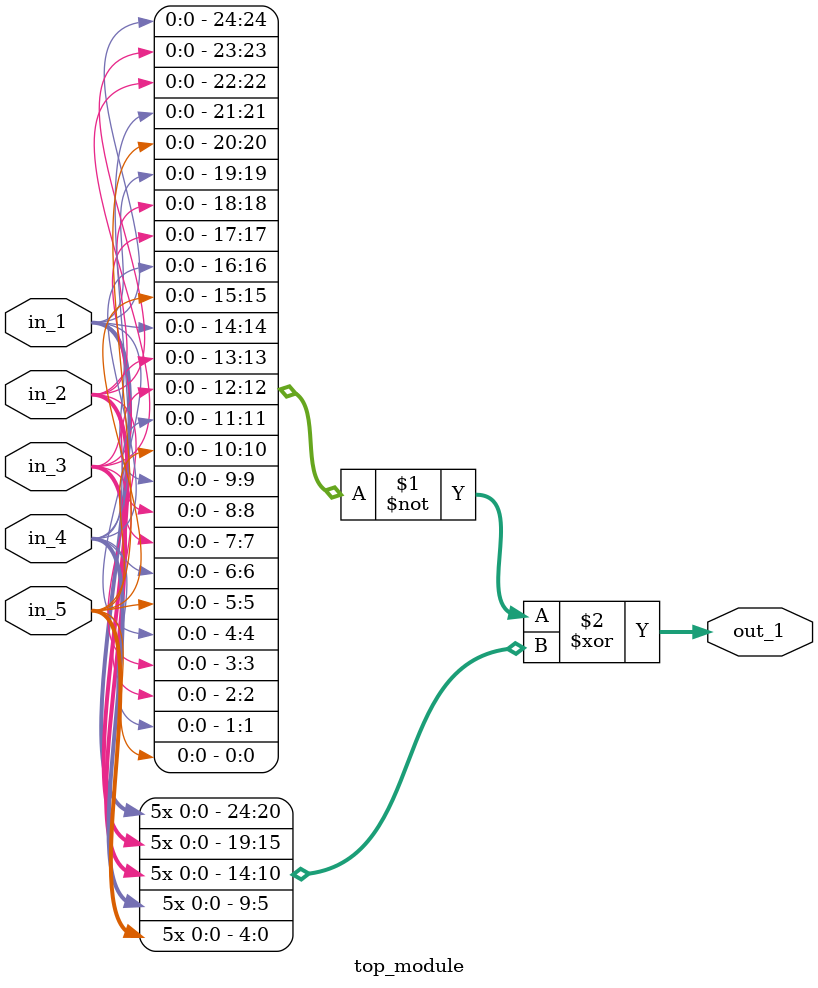
<source format=v>

module top_module(in_1, in_2, in_3, in_4, in_5, out_1);

	input in_1, in_2, in_3, in_4, in_5;
	output [24:0] out_1;

	assign out_1 = ~{5{in_1, in_2, in_3, in_4, in_5}} ^ {{5{in_1}}, {5{in_2}}, {5{in_3}}, {5{in_4}}, {5{in_5}}};

endmodule

</source>
